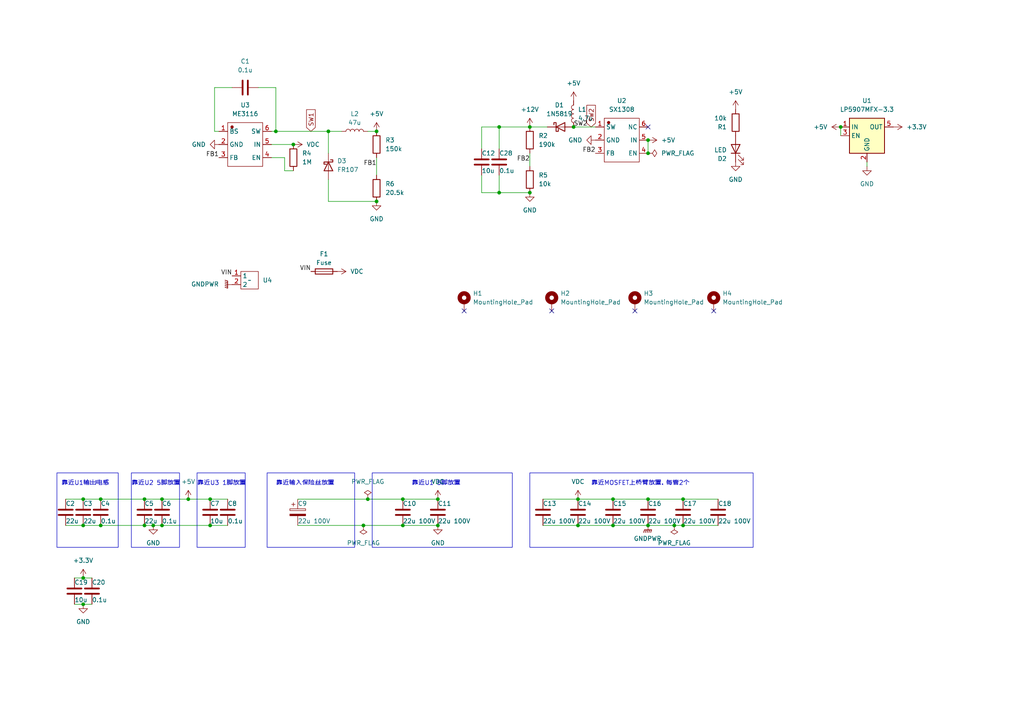
<source format=kicad_sch>
(kicad_sch (version 20230121) (generator eeschema)
  (paper "A4")
  (lib_symbols
    (symbol "Device:C" (pin_numbers hide) (pin_names (offset 0.254))
      (property "Reference" "C" (at 0.635 2.54 0))
      (property "Value" "C" (at 0.635 -2.54 0))
      (symbol "C_0_1"
        (polyline (pts (xy -2.032 -0.762) (xy 2.032 -0.762)) (stroke (width 0.508)))
        (polyline (pts (xy -2.032 0.762) (xy 2.032 0.762)) (stroke (width 0.508)))
      )
      (symbol "C_1_1"
        (pin passive line (at 0 3.81 270) (length 2.794) (name "~") (number "1"))
        (pin passive line (at 0 -3.81 90) (length 2.794) (name "~") (number "2"))
      )
    )
    (symbol "Device:C_Polarized" (pin_numbers hide) (pin_names (offset 0.254))
      (property "Reference" "C" (at 0.635 2.54 0))
      (property "Value" "C_Polarized" (at 0.635 -2.54 0))
      (symbol "C_Polarized_0_1"
        (rectangle (start -2.286 0.508) (end 2.286 1.016))
        (polyline (pts (xy -1.778 2.286) (xy -0.762 2.286)))
        (polyline (pts (xy -1.27 2.794) (xy -1.27 1.778)))
        (rectangle (start 2.286 -0.508) (end -2.286 -1.016) (fill (type outline)))
      )
      (symbol "C_Polarized_1_1"
        (pin passive line (at 0 3.81 270) (length 2.794) (name "~") (number "1"))
        (pin passive line (at 0 -3.81 90) (length 2.794) (name "~") (number "2"))
      )
    )
    (symbol "Device:D_Schottky" (pin_numbers hide) (pin_names (offset 1.016) hide)
      (property "Reference" "D" (at 0 2.54 0))
      (property "Value" "D_Schottky" (at 0 -2.54 0))
      (symbol "D_Schottky_0_1"
        (polyline (pts (xy 1.27 0) (xy -1.27 0)))
        (polyline (pts (xy 1.27 1.27) (xy 1.27 -1.27) (xy -1.27 0) (xy 1.27 1.27)) (stroke (width 0.254)))
        (polyline (pts (xy -1.905 0.635) (xy -1.905 1.27) (xy -1.27 1.27) (xy -1.27 -1.27) (xy -0.635 -1.27) (xy -0.635 -0.635)) (stroke (width 0.254)))
      )
      (symbol "D_Schottky_1_1"
        (pin passive line (at -3.81 0 0) (length 2.54) (name "K") (number "1"))
        (pin passive line (at 3.81 0 180) (length 2.54) (name "A") (number "2"))
      )
    )
    (symbol "Device:Fuse" (pin_numbers hide) (pin_names (offset 0))
      (property "Reference" "F" (at 2.032 0 90))
      (property "Value" "Fuse" (at -1.905 0 90))
      (symbol "Fuse_0_1"
        (rectangle (start -0.762 -2.54) (end 0.762 2.54) (stroke (width 0.254)))
        (polyline (pts (xy 0 2.54) (xy 0 -2.54)))
      )
      (symbol "Fuse_1_1"
        (pin passive line (at 0 3.81 270) (length 1.27) (name "~") (number "1"))
        (pin passive line (at 0 -3.81 90) (length 1.27) (name "~") (number "2"))
      )
    )
    (symbol "Device:L" (pin_numbers hide) (pin_names (offset 1.016) hide)
      (property "Reference" "L" (at -1.27 0 90))
      (property "Value" "L" (at 1.905 0 90))
      (symbol "L_0_1"
        (arc (start 0 -2.54) (mid 0.6323 -1.905) (end 0 -1.27))
        (arc (start 0 -1.27) (mid 0.6323 -0.635) (end 0 0))
        (arc (start 0 0) (mid 0.6323 0.635) (end 0 1.27))
        (arc (start 0 1.27) (mid 0.6323 1.905) (end 0 2.54))
      )
      (symbol "L_1_1"
        (pin passive line (at 0 3.81 270) (length 1.27) (name "1") (number "1"))
        (pin passive line (at 0 -3.81 90) (length 1.27) (name "2") (number "2"))
      )
    )
    (symbol "Device:LED" (pin_numbers hide) (pin_names (offset 1.016) hide)
      (property "Reference" "D" (at 0 2.54 0))
      (property "Value" "LED" (at 0 -2.54 0))
      (symbol "LED_0_1"
        (polyline (pts (xy -1.27 -1.27) (xy -1.27 1.27)) (stroke (width 0.254)))
        (polyline (pts (xy -1.27 0) (xy 1.27 0)))
        (polyline (pts (xy 1.27 -1.27) (xy 1.27 1.27) (xy -1.27 0) (xy 1.27 -1.27)) (stroke (width 0.254)))
        (polyline (pts (xy -3.048 -0.762) (xy -4.572 -2.286) (xy -3.81 -2.286) (xy -4.572 -2.286) (xy -4.572 -1.524)))
        (polyline (pts (xy -1.778 -0.762) (xy -3.302 -2.286) (xy -2.54 -2.286) (xy -3.302 -2.286) (xy -3.302 -1.524)))
      )
      (symbol "LED_1_1"
        (pin passive line (at -3.81 0 0) (length 2.54) (name "K") (number "1"))
        (pin passive line (at 3.81 0 180) (length 2.54) (name "A") (number "2"))
      )
    )
    (symbol "Device:R" (pin_numbers hide) (pin_names (offset 0))
      (property "Reference" "R" (at 2.032 0 90))
      (property "Value" "R" (at 0 0 90))
      (symbol "R_0_1"
        (rectangle (start -1.016 -2.54) (end 1.016 2.54) (stroke (width 0.254)))
      )
      (symbol "R_1_1"
        (pin passive line (at 0 3.81 270) (length 1.27) (name "~") (number "1"))
        (pin passive line (at 0 -3.81 90) (length 1.27) (name "~") (number "2"))
      )
    )
    (symbol "Mechanical:MountingHole_Pad" (pin_numbers hide) (pin_names (offset 1.016) hide)
      (property "Reference" "H" (at 0 6.35 0))
      (property "Value" "MountingHole_Pad" (at 0 4.445 0))
      (symbol "MountingHole_Pad_0_1"
        (circle (center 0 1.27) (radius 1.27) (stroke (width 1.27)))
      )
      (symbol "MountingHole_Pad_1_1"
        (pin input line (at 0 -2.54 90) (length 2.54) (name "1") (number "1"))
      )
    )
    (symbol "Regulator_Linear:LP5907MFX-3.3"
      (property "Reference" "U" (at -3.81 6.35 0))
      (property "Value" "LP5907MFX-3.3" (at 6.35 6.35 0))
      (symbol "LP5907MFX-3.3_0_1"
        (rectangle (start -5.08 -5.08) (end 5.08 5.08) (stroke (width 0.254)) (fill (type background)))
        (pin power_in line (at -7.62 2.54 0) (length 2.54) (name "IN") (number "1"))
        (pin power_in line (at 0 -7.62 90) (length 2.54) (name "GND") (number "2"))
        (pin input line (at -7.62 0 0) (length 2.54) (name "EN") (number "3"))
        (pin no_connect line (at 5.08 0 180) (length 2.54) hide (name "NC") (number "4"))
        (pin power_out line (at 7.62 2.54 180) (length 2.54) (name "OUT") (number "5"))
      )
    )
    (symbol "my_conn:CONN_2P"
      (property "Reference" "U" (at 0 6.35 0))
      (symbol "CONN_2P_0_1"
        (rectangle (start -2.54 2.54) (end 2.54 -2.54))
      )
      (symbol "CONN_2P_1_1"
        (pin passive line (at -5.08 1.27 0) (length 2.54) (name "1") (number "1"))
        (pin passive line (at -5.08 -1.27 0) (length 2.54) (name "2") (number "2"))
      )
    )
    (symbol "my_dcdc:ME3116"
      (property "Reference" "U" (at 0 7.62 0))
      (property "Value" "ME3116" (at 0 10.16 0))
      (symbol "ME3116_0_1"
        (rectangle (start -5.08 6.35) (end 5.08 -6.35))
      )
      (symbol "ME3116_1_1"
        (circle (center -3.81 5.08) (radius 0.381) (stroke (width 0.1524)) (fill (type outline)))
        (pin passive line (at -7.62 3.81 0) (length 2.54) (name "BS") (number "1"))
        (pin power_in line (at -7.62 0 0) (length 2.54) (name "GND") (number "2"))
        (pin passive line (at -7.62 -3.81 0) (length 2.54) (name "FB") (number "3"))
        (pin passive line (at 7.62 -3.81 180) (length 2.54) (name "EN") (number "4"))
        (pin power_in line (at 7.62 0 180) (length 2.54) (name "IN") (number "5"))
        (pin passive line (at 7.62 3.81 180) (length 2.54) (name "SW") (number "6"))
      )
    )
    (symbol "my_dcdc:SX1308"
      (property "Reference" "U" (at 0 7.62 0))
      (property "Value" "SX1308" (at 0 0 0))
      (symbol "SX1308_0_1"
        (rectangle (start -5.08 6.35) (end 5.08 -6.35))
      )
      (symbol "SX1308_1_1"
        (circle (center -3.81 5.08) (radius 0.381) (stroke (width 0.1524)) (fill (type outline)))
        (pin passive line (at -7.62 3.81 0) (length 2.54) (name "SW") (number "1"))
        (pin power_in line (at -7.62 0 0) (length 2.54) (name "GND") (number "2"))
        (pin passive line (at -7.62 -3.81 0) (length 2.54) (name "FB") (number "3"))
        (pin passive line (at 7.62 -3.81 180) (length 2.54) (name "EN") (number "4"))
        (pin power_in line (at 7.62 0 180) (length 2.54) (name "IN") (number "5"))
        (pin passive line (at 7.62 3.81 180) (length 2.54) (name "NC") (number "6"))
      )
    )
    (symbol "power:+12V" (power) (pin_names (offset 0))
      (property "Value" "+12V" (at 0 3.556 0))
      (symbol "+12V_0_1"
        (polyline (pts (xy -0.762 1.27) (xy 0 2.54)))
        (polyline (pts (xy 0 0) (xy 0 2.54)))
        (polyline (pts (xy 0 2.54) (xy 0.762 1.27)))
      )
      (symbol "+12V_1_1"
        (pin power_in line (at 0 0 90) (length 0) hide (name "+12V") (number "1"))
      )
    )
    (symbol "power:+3.3V" (power) (pin_names (offset 0))
      (property "Value" "+3.3V" (at 0 3.556 0))
      (symbol "+3.3V_0_1"
        (polyline (pts (xy -0.762 1.27) (xy 0 2.54)))
        (polyline (pts (xy 0 0) (xy 0 2.54)))
        (polyline (pts (xy 0 2.54) (xy 0.762 1.27)))
      )
      (symbol "+3.3V_1_1"
        (pin power_in line (at 0 0 90) (length 0) hide (name "+3.3V") (number "1"))
      )
    )
    (symbol "power:+5V" (power) (pin_names (offset 0))
      (property "Value" "+5V" (at 0 3.556 0))
      (symbol "+5V_0_1"
        (polyline (pts (xy -0.762 1.27) (xy 0 2.54)))
        (polyline (pts (xy 0 0) (xy 0 2.54)))
        (polyline (pts (xy 0 2.54) (xy 0.762 1.27)))
      )
      (symbol "+5V_1_1"
        (pin power_in line (at 0 0 90) (length 0) hide (name "+5V") (number "1"))
      )
    )
    (symbol "power:GND" (power) (pin_names (offset 0))
      (property "Value" "GND" (at 0 -3.81 0))
      (symbol "GND_0_1"
        (polyline (pts (xy 0 0) (xy 0 -1.27) (xy 1.27 -1.27) (xy 0 -2.54) (xy -1.27 -1.27) (xy 0 -1.27)))
      )
      (symbol "GND_1_1"
        (pin power_in line (at 0 0 270) (length 0) hide (name "GND") (number "1"))
      )
    )
    (symbol "power:GNDPWR" (power) (pin_names (offset 0))
      (property "Value" "GNDPWR" (at 0 -3.302 0))
      (symbol "GNDPWR_0_1"
        (polyline (pts (xy 0 -1.27) (xy 0 0)))
        (polyline (pts (xy -1.016 -1.27) (xy -1.27 -2.032) (xy -1.27 -2.032)) (stroke (width 0.2032)))
        (polyline (pts (xy -0.508 -1.27) (xy -0.762 -2.032) (xy -0.762 -2.032)) (stroke (width 0.2032)))
        (polyline (pts (xy 0 -1.27) (xy -0.254 -2.032) (xy -0.254 -2.032)) (stroke (width 0.2032)))
        (polyline (pts (xy 0.508 -1.27) (xy 0.254 -2.032) (xy 0.254 -2.032)) (stroke (width 0.2032)))
        (polyline (pts (xy 1.016 -1.27) (xy -1.016 -1.27) (xy -1.016 -1.27)) (stroke (width 0.2032)))
        (polyline (pts (xy 1.016 -1.27) (xy 0.762 -2.032) (xy 0.762 -2.032) (xy 0.762 -2.032)) (stroke (width 0.2032)))
      )
      (symbol "GNDPWR_1_1"
        (pin power_in line (at 0 0 270) (length 0) hide (name "GNDPWR") (number "1"))
      )
    )
    (symbol "power:PWR_FLAG" (power) (pin_numbers hide) (pin_names (offset 0) hide)
      (property "Value" "PWR_FLAG" (at 0 3.81 0))
      (symbol "PWR_FLAG_0_0"
        (pin power_out line (at 0 0 90) (length 0) (name "pwr") (number "1"))
      )
      (symbol "PWR_FLAG_0_1"
        (polyline (pts (xy 0 0) (xy 0 1.27) (xy -1.016 1.905) (xy 0 2.54) (xy 1.016 1.905) (xy 0 1.27)))
      )
    )
    (symbol "power:VDC" (power) (pin_names (offset 0))
      (property "Value" "VDC" (at 0 6.35 0))
      (symbol "VDC_0_1"
        (polyline (pts (xy -0.762 1.27) (xy 0 2.54)))
        (polyline (pts (xy 0 0) (xy 0 2.54)))
        (polyline (pts (xy 0 2.54) (xy 0.762 1.27)))
      )
      (symbol "VDC_1_1"
        (pin power_in line (at 0 0 90) (length 0) hide (name "VDC") (number "1"))
      )
    )
  )
  (junction (at 24.13 144.78))
  (junction (at 187.96 44.45))
  (junction (at 187.96 152.4))
  (junction (at 41.91 152.4))
  (junction (at 46.99 144.78))
  (junction (at 54.61 144.78))
  (junction (at 153.67 36.83))
  (junction (at 127 152.4))
  (junction (at 60.96 144.78))
  (junction (at 167.64 144.78))
  (junction (at 195.58 152.4))
  (junction (at 243.84 36.83))
  (junction (at 116.84 144.78))
  (junction (at 106.68 144.78))
  (junction (at 144.78 36.83))
  (junction (at 177.8 144.78))
  (junction (at 153.67 55.88))
  (junction (at 127 144.78))
  (junction (at 29.21 152.4))
  (junction (at 80.01 38.1))
  (junction (at 44.45 152.4))
  (junction (at 167.64 152.4))
  (junction (at 60.96 152.4))
  (junction (at 144.78 55.88))
  (junction (at 198.12 144.78))
  (junction (at 105.41 152.4))
  (junction (at 24.13 175.26))
  (junction (at 177.8 152.4))
  (junction (at 24.13 152.4))
  (junction (at 85.09 41.91))
  (junction (at 24.13 167.64))
  (junction (at 187.96 144.78))
  (junction (at 29.21 144.78))
  (junction (at 116.84 152.4))
  (junction (at 95.25 38.1))
  (junction (at 187.96 40.64))
  (junction (at 198.12 152.4))
  (junction (at 41.91 144.78))
  (junction (at 109.22 58.42))
  (junction (at 46.99 152.4))
  (junction (at 166.37 36.83))
  (junction (at 109.22 38.1))
  (no_connect (at 160.02 90.17))
  (no_connect (at 134.62 90.17))
  (no_connect (at 187.96 36.83))
  (no_connect (at 207.01 90.17))
  (no_connect (at 184.15 90.17))
  (wire (pts (xy 187.96 144.78) (xy 198.12 144.78)))
  (wire (pts (xy 78.74 41.91) (xy 85.09 41.91)))
  (wire (pts (xy 82.55 49.53) (xy 82.55 45.72)))
  (wire (pts (xy 80.01 38.1) (xy 78.74 38.1)))
  (wire (pts (xy 157.48 152.4) (xy 167.64 152.4)))
  (wire (pts (xy 95.25 58.42) (xy 109.22 58.42)))
  (wire (pts (xy 62.23 25.4) (xy 62.23 38.1)))
  (wire (pts (xy 21.59 167.64) (xy 24.13 167.64)))
  (wire (pts (xy 116.84 144.78) (xy 127 144.78)))
  (wire (pts (xy 85.09 49.53) (xy 82.55 49.53)))
  (wire (pts (xy 187.96 152.4) (xy 195.58 152.4)))
  (wire (pts (xy 86.36 152.4) (xy 105.41 152.4)))
  (wire (pts (xy 80.01 38.1) (xy 95.25 38.1)))
  (wire (pts (xy 167.64 152.4) (xy 177.8 152.4)))
  (wire (pts (xy 24.13 152.4) (xy 29.21 152.4)))
  (wire (pts (xy 166.37 36.83) (xy 172.72 36.83)))
  (wire (pts (xy 60.96 144.78) (xy 66.04 144.78)))
  (wire (pts (xy 24.13 167.64) (xy 26.67 167.64)))
  (wire (pts (xy 86.36 144.78) (xy 106.68 144.78)))
  (wire (pts (xy 153.67 36.83) (xy 158.75 36.83)))
  (wire (pts (xy 153.67 44.45) (xy 153.67 48.26)))
  (wire (pts (xy 105.41 152.4) (xy 116.84 152.4)))
  (wire (pts (xy 116.84 152.4) (xy 127 152.4)))
  (wire (pts (xy 144.78 36.83) (xy 144.78 43.18)))
  (wire (pts (xy 195.58 152.4) (xy 198.12 152.4)))
  (wire (pts (xy 109.22 45.72) (xy 109.22 50.8)))
  (wire (pts (xy 60.96 152.4) (xy 66.04 152.4)))
  (wire (pts (xy 80.01 25.4) (xy 80.01 38.1)))
  (wire (pts (xy 19.05 152.4) (xy 24.13 152.4)))
  (wire (pts (xy 62.23 38.1) (xy 63.5 38.1)))
  (wire (pts (xy 82.55 45.72) (xy 78.74 45.72)))
  (wire (pts (xy 139.7 50.8) (xy 139.7 55.88)))
  (wire (pts (xy 24.13 144.78) (xy 29.21 144.78)))
  (wire (pts (xy 41.91 152.4) (xy 44.45 152.4)))
  (wire (pts (xy 67.31 25.4) (xy 62.23 25.4)))
  (wire (pts (xy 177.8 144.78) (xy 187.96 144.78)))
  (wire (pts (xy 177.8 152.4) (xy 187.96 152.4)))
  (wire (pts (xy 139.7 55.88) (xy 144.78 55.88)))
  (wire (pts (xy 29.21 144.78) (xy 41.91 144.78)))
  (wire (pts (xy 198.12 152.4) (xy 208.28 152.4)))
  (wire (pts (xy 21.59 175.26) (xy 24.13 175.26)))
  (wire (pts (xy 139.7 36.83) (xy 144.78 36.83)))
  (wire (pts (xy 44.45 152.4) (xy 46.99 152.4)))
  (wire (pts (xy 29.21 152.4) (xy 41.91 152.4)))
  (wire (pts (xy 95.25 52.07) (xy 95.25 58.42)))
  (wire (pts (xy 144.78 50.8) (xy 144.78 55.88)))
  (wire (pts (xy 95.25 38.1) (xy 95.25 44.45)))
  (wire (pts (xy 139.7 43.18) (xy 139.7 36.83)))
  (wire (pts (xy 19.05 144.78) (xy 24.13 144.78)))
  (wire (pts (xy 74.93 25.4) (xy 80.01 25.4)))
  (wire (pts (xy 95.25 38.1) (xy 99.06 38.1)))
  (wire (pts (xy 167.64 144.78) (xy 177.8 144.78)))
  (wire (pts (xy 106.68 38.1) (xy 109.22 38.1)))
  (wire (pts (xy 46.99 144.78) (xy 54.61 144.78)))
  (wire (pts (xy 46.99 152.4) (xy 60.96 152.4)))
  (wire (pts (xy 144.78 36.83) (xy 153.67 36.83)))
  (wire (pts (xy 157.48 144.78) (xy 167.64 144.78)))
  (wire (pts (xy 24.13 175.26) (xy 26.67 175.26)))
  (wire (pts (xy 106.68 144.78) (xy 116.84 144.78)))
  (wire (pts (xy 243.84 36.83) (xy 243.84 39.37)))
  (wire (pts (xy 144.78 55.88) (xy 153.67 55.88)))
  (wire (pts (xy 251.46 48.26) (xy 251.46 46.99)))
  (wire (pts (xy 54.61 144.78) (xy 60.96 144.78)))
  (wire (pts (xy 187.96 40.64) (xy 187.96 44.45)))
  (wire (pts (xy 41.91 144.78) (xy 46.99 144.78)))
  (wire (pts (xy 198.12 144.78) (xy 208.28 144.78)))
  (rectangle (start 153.67 137.16) (end 218.44 158.75))
  (rectangle (start 107.95 137.16) (end 148.59 158.75))
  (rectangle (start 57.15 137.16) (end 71.12 158.75))
  (rectangle (start 38.1 137.16) (end 52.07 158.75))
  (rectangle (start 77.47 137.16) (end 102.87 158.75))
  (rectangle (start 16.51 137.16) (end 34.29 158.75))
  (text "靠近U3 1脚放置" (at 57.15 140.97 0) (effects (font (size 1.27 1.27)) (justify left bottom)))
  (text "靠近U2 5脚放置" (at 38.1 140.97 0) (effects (font (size 1.27 1.27)) (justify left bottom)))
  (text "靠近输入保险丝放置" (at 80.01 140.97 0) (effects (font (size 1.27 1.27)) (justify left bottom)))
  (text "靠近U1 5脚放置" (at 119.38 140.97 0) (effects (font (size 1.27 1.27)) (justify left bottom)))
  (text "靠近MOSFET上桥臂放置，每管2个" (at 171.45 140.97 0) (effects (font (size 1.27 1.27)) (justify left bottom)))
  (text "靠近U1输出电感" (at 17.78 140.97 0) (effects (font (size 1.27 1.27)) (justify left bottom)))
  (label "FB2" (at 172.72 44.45 180))
  (label "VIN" (at 90.17 78.74 180))
  (label "FB1" (at 63.5 45.72 180))
  (label "FB1" (at 109.22 48.26 180))
  (label "FB2" (at 153.67 46.99 180))
  (label "VIN" (at 67.31 80.01 180))
  (label "SW2" (at 166.37 36.83 0))
  (global_label "SW2" (shape input) (at 171.45 36.83 90) (property "Intersheetrefs" "${INTERSHEET_REFS}" (effects hide)))
  (global_label "SW1" (shape input) (at 90.17 38.1 90) (property "Intersheetrefs" "${INTERSHEET_REFS}" (effects hide)))
  (symbol (lib_id "Device:LED") (at 213.36 43.18 90) (unit 1)
    (property "Reference" "D2" (at 210.82 46.0375 90) (effects (justify left)))
    (property "Value" "LED" (at 210.82 43.4975 90) (effects (justify left)))
    (property "Footprint" "LED_SMD:LED_0603_1608Metric" (effects hide))
  )
  (symbol (lib_id "power:+5V") (at 213.36 31.75 0) (unit 1)
    (property "Reference" "#PWR02" (effects hide))
    (property "Value" "+5V" (at 213.36 26.67 0))
  )
  (symbol (lib_id "Device:C") (at 198.12 148.59 180) (unit 1)
    (property "Reference" "C17" (at 198.12 146.05 0) (effects (justify right)))
    (property "Value" "22u 100V" (at 198.12 151.13 0) (effects (justify right)))
    (property "Footprint" "Capacitor_SMD:C_1206_3216Metric" (effects hide))
  )
  (symbol (lib_id "power:GND") (at 63.5 41.91 270) (unit 1)
    (property "Reference" "#PWR09" (effects hide))
    (property "Value" "GND" (at 59.69 41.91 90) (effects (justify right)))
  )
  (symbol (lib_id "Mechanical:MountingHole_Pad") (at 207.01 87.63 0) (unit 1)
    (property "Reference" "H4" (at 209.55 85.09 0) (effects (justify left)))
    (property "Value" "MountingHole_Pad" (at 209.55 87.63 0) (effects (justify left)))
    (property "Footprint" "MountingHole:MountingHole_3.2mm_M3_Pad_Via" (effects hide))
  )
  (symbol (lib_id "power:PWR_FLAG") (at 195.58 152.4 180) (unit 1)
    (property "Reference" "#FLG04" (effects hide))
    (property "Value" "PWR_FLAG" (at 195.58 157.48 0))
  )
  (symbol (lib_id "Device:C") (at 116.84 148.59 180) (unit 1)
    (property "Reference" "C10" (at 116.84 146.05 0) (effects (justify right)))
    (property "Value" "22u 100V" (at 116.84 151.13 0) (effects (justify right)))
    (property "Footprint" "Capacitor_SMD:C_1206_3216Metric" (effects hide))
  )
  (symbol (lib_id "power:GNDPWR") (at 187.96 152.4 0) (unit 1)
    (property "Reference" "#PWR041" (effects hide))
    (property "Value" "GNDPWR" (at 187.833 156.21 0))
  )
  (symbol (lib_id "Device:C") (at 157.48 148.59 180) (unit 1)
    (property "Reference" "C13" (at 157.48 146.05 0) (effects (justify right)))
    (property "Value" "22u 100V" (at 157.48 151.13 0) (effects (justify right)))
    (property "Footprint" "Capacitor_SMD:C_1206_3216Metric" (effects hide))
  )
  (symbol (lib_id "Device:C") (at 41.91 148.59 180) (unit 1)
    (property "Reference" "C5" (at 41.91 146.05 0) (effects (justify right)))
    (property "Value" "22u" (at 41.91 151.13 0) (effects (justify right)))
    (property "Footprint" "Capacitor_SMD:C_0603_1608Metric" (effects hide))
  )
  (symbol (lib_id "Device:R") (at 153.67 40.64 0) (unit 1)
    (property "Reference" "R2" (at 156.21 39.37 0) (effects (justify left)))
    (property "Value" "190k" (at 156.21 41.91 0) (effects (justify left)))
    (property "Footprint" "Resistor_SMD:R_0603_1608Metric" (effects hide))
  )
  (symbol (lib_id "Device:R") (at 109.22 41.91 0) (unit 1)
    (property "Reference" "R3" (at 111.76 40.64 0) (effects (justify left)))
    (property "Value" "150k" (at 111.76 43.18 0) (effects (justify left)))
    (property "Footprint" "Resistor_SMD:R_0603_1608Metric" (effects hide))
  )
  (symbol (lib_id "power:+5V") (at 187.96 40.64 270) (unit 1)
    (property "Reference" "#PWR08" (effects hide))
    (property "Value" "+5V" (at 191.77 40.64 90) (effects (justify left)))
  )
  (symbol (lib_id "Device:C") (at 46.99 148.59 180) (unit 1)
    (property "Reference" "C6" (at 46.99 146.05 0) (effects (justify right)))
    (property "Value" "0.1u" (at 46.99 151.13 0) (effects (justify right)))
    (property "Footprint" "Capacitor_SMD:C_0603_1608Metric" (effects hide))
  )
  (symbol (lib_id "Device:C") (at 19.05 148.59 180) (unit 1)
    (property "Reference" "C2" (at 19.05 146.05 0) (effects (justify right)))
    (property "Value" "22u" (at 19.05 151.13 0) (effects (justify right)))
    (property "Footprint" "Capacitor_SMD:C_0603_1608Metric" (effects hide))
  )
  (symbol (lib_id "power:GND") (at 251.46 48.26 0) (unit 1)
    (property "Reference" "#PWR012" (effects hide))
    (property "Value" "GND" (at 251.46 53.34 0))
  )
  (symbol (lib_id "power:+5V") (at 109.22 38.1 0) (unit 1)
    (property "Reference" "#PWR06" (effects hide))
    (property "Value" "+5V" (at 109.22 33.02 0))
  )
  (symbol (lib_id "Device:C") (at 187.96 148.59 180) (unit 1)
    (property "Reference" "C16" (at 187.96 146.05 0) (effects (justify right)))
    (property "Value" "22u 100V" (at 187.96 151.13 0) (effects (justify right)))
    (property "Footprint" "Capacitor_SMD:C_1206_3216Metric" (effects hide))
  )
  (symbol (lib_id "power:PWR_FLAG") (at 106.68 144.78 0) (unit 1)
    (property "Reference" "#FLG01" (effects hide))
    (property "Value" "PWR_FLAG" (at 106.68 139.7 0))
  )
  (symbol (lib_id "Device:C") (at 167.64 148.59 180) (unit 1)
    (property "Reference" "C14" (at 167.64 146.05 0) (effects (justify right)))
    (property "Value" "22u 100V" (at 167.64 151.13 0) (effects (justify right)))
    (property "Footprint" "Capacitor_SMD:C_1206_3216Metric" (effects hide))
  )
  (symbol (lib_id "Mechanical:MountingHole_Pad") (at 134.62 87.63 0) (unit 1)
    (property "Reference" "H1" (at 137.16 85.09 0) (effects (justify left)))
    (property "Value" "MountingHole_Pad" (at 137.16 87.63 0) (effects (justify left)))
    (property "Footprint" "MountingHole:MountingHole_3.2mm_M3_Pad_Via" (effects hide))
  )
  (symbol (lib_id "power:GND") (at 44.45 152.4 0) (unit 1)
    (property "Reference" "#PWR019" (effects hide))
    (property "Value" "GND" (at 44.45 157.48 0))
  )
  (symbol (lib_id "Device:C") (at 29.21 148.59 180) (unit 1)
    (property "Reference" "C4" (at 29.21 146.05 0) (effects (justify right)))
    (property "Value" "0.1u" (at 29.21 151.13 0) (effects (justify right)))
    (property "Footprint" "Capacitor_SMD:C_0603_1608Metric" (effects hide))
  )
  (symbol (lib_id "Device:C") (at 60.96 148.59 180) (unit 1)
    (property "Reference" "C7" (at 60.96 146.05 0) (effects (justify right)))
    (property "Value" "10u" (at 60.96 151.13 0) (effects (justify right)))
    (property "Footprint" "Capacitor_SMD:C_0603_1608Metric" (effects hide))
  )
  (symbol (lib_id "power:GND") (at 127 152.4 0) (unit 1)
    (property "Reference" "#PWR020" (effects hide))
    (property "Value" "GND" (at 127 157.48 0))
  )
  (symbol (lib_id "Regulator_Linear:LP5907MFX-3.3") (at 251.46 39.37 0) (unit 1)
    (property "Reference" "U1" (at 251.46 29.21 0))
    (property "Value" "LP5907MFX-3.3" (at 251.46 31.75 0))
    (property "Footprint" "Package_TO_SOT_SMD:SOT-23-5" (effects hide))
    (property "Datasheet" "http://www.ti.com/lit/ds/symlink/lp5907.pdf" (effects hide))
  )
  (symbol (lib_id "Device:C") (at 66.04 148.59 180) (unit 1)
    (property "Reference" "C8" (at 66.04 146.05 0) (effects (justify right)))
    (property "Value" "0.1u" (at 66.04 151.13 0) (effects (justify right)))
    (property "Footprint" "Capacitor_SMD:C_0603_1608Metric" (effects hide))
  )
  (symbol (lib_id "power:VDC") (at 85.09 41.91 270) (unit 1)
    (property "Reference" "#PWR010" (effects hide))
    (property "Value" "VDC" (at 88.9 41.91 90) (effects (justify left)))
  )
  (symbol (lib_id "power:+12V") (at 153.67 36.83 0) (unit 1)
    (property "Reference" "#PWR03" (effects hide))
    (property "Value" "+12V" (at 153.67 31.75 0))
  )
  (symbol (lib_id "Device:R") (at 153.67 52.07 0) (unit 1)
    (property "Reference" "R5" (at 156.21 50.8 0) (effects (justify left)))
    (property "Value" "10k" (at 156.21 53.34 0) (effects (justify left)))
    (property "Footprint" "Resistor_SMD:R_0603_1608Metric" (effects hide))
  )
  (symbol (lib_id "Mechanical:MountingHole_Pad") (at 160.02 87.63 0) (unit 1)
    (property "Reference" "H2" (at 162.56 85.09 0) (effects (justify left)))
    (property "Value" "MountingHole_Pad" (at 162.56 87.63 0) (effects (justify left)))
    (property "Footprint" "MountingHole:MountingHole_3.2mm_M3_Pad_Via" (effects hide))
  )
  (symbol (lib_id "my_dcdc:ME3116") (at 71.12 41.91 0) (unit 1)
    (property "Reference" "U3" (at 71.12 30.48 0))
    (property "Value" "ME3116" (at 71.12 33.02 0))
    (property "Footprint" "Package_TO_SOT_SMD:SOT-23-6" (effects hide))
  )
  (symbol (lib_id "power:+3.3V") (at 24.13 167.64 0) (unit 1)
    (property "Reference" "#PWR022" (effects hide))
    (property "Value" "+3.3V" (at 24.13 162.56 0))
  )
  (symbol (lib_id "Device:C") (at 144.78 46.99 180) (unit 1)
    (property "Reference" "C28" (at 144.78 44.45 0) (effects (justify right)))
    (property "Value" "0.1u" (at 144.78 49.53 0) (effects (justify right)))
    (property "Footprint" "Capacitor_SMD:C_0603_1608Metric" (effects hide))
  )
  (symbol (lib_id "Device:C") (at 208.28 148.59 180) (unit 1)
    (property "Reference" "C18" (at 208.28 146.05 0) (effects (justify right)))
    (property "Value" "22u 100V" (at 208.28 151.13 0) (effects (justify right)))
    (property "Footprint" "Capacitor_SMD:C_1206_3216Metric" (effects hide))
  )
  (symbol (lib_id "Device:C") (at 127 148.59 180) (unit 1)
    (property "Reference" "C11" (at 127 146.05 0) (effects (justify right)))
    (property "Value" "22u 100V" (at 127 151.13 0) (effects (justify right)))
    (property "Footprint" "Capacitor_SMD:C_1206_3216Metric" (effects hide))
  )
  (symbol (lib_id "power:+3.3V") (at 259.08 36.83 270) (unit 1)
    (property "Reference" "#PWR05" (effects hide))
    (property "Value" "+3.3V" (at 262.89 36.83 90) (effects (justify left)))
  )
  (symbol (lib_id "power:VDC") (at 167.64 144.78 0) (unit 1)
    (property "Reference" "#PWR021" (effects hide))
    (property "Value" "VDC" (at 167.64 139.7 0))
  )
  (symbol (lib_id "power:+5V") (at 54.61 144.78 0) (unit 1)
    (property "Reference" "#PWR017" (effects hide))
    (property "Value" "+5V" (at 54.61 139.7 0))
  )
  (symbol (lib_id "power:GND") (at 153.67 55.88 0) (unit 1)
    (property "Reference" "#PWR013" (effects hide))
    (property "Value" "GND" (at 153.67 60.96 0))
  )
  (symbol (lib_id "Device:C") (at 24.13 148.59 180) (unit 1)
    (property "Reference" "C3" (at 24.13 146.05 0) (effects (justify right)))
    (property "Value" "22u" (at 24.13 151.13 0) (effects (justify right)))
    (property "Footprint" "Capacitor_SMD:C_0603_1608Metric" (effects hide))
  )
  (symbol (lib_id "Device:C") (at 139.7 46.99 180) (unit 1)
    (property "Reference" "C12" (at 139.7 44.45 0) (effects (justify right)))
    (property "Value" "10u" (at 139.7 49.53 0) (effects (justify right)))
    (property "Footprint" "Capacitor_SMD:C_0603_1608Metric" (effects hide))
  )
  (symbol (lib_id "Device:D_Schottky") (at 95.25 48.26 270) (unit 1)
    (property "Reference" "D3" (at 97.79 46.6725 90) (effects (justify left)))
    (property "Value" "FR107" (at 97.79 49.2125 90) (effects (justify left)))
    (property "Footprint" "Diode_SMD:D_SOD-123F" (effects hide))
  )
  (symbol (lib_id "power:+5V") (at 166.37 29.21 0) (unit 1)
    (property "Reference" "#PWR01" (effects hide))
    (property "Value" "+5V" (at 166.37 24.13 0))
  )
  (symbol (lib_id "Device:R") (at 85.09 45.72 0) (unit 1)
    (property "Reference" "R4" (at 87.63 44.45 0) (effects (justify left)))
    (property "Value" "1M" (at 87.63 46.99 0) (effects (justify left)))
    (property "Footprint" "Resistor_SMD:R_0603_1608Metric" (effects hide))
  )
  (symbol (lib_id "power:GNDPWR") (at 67.31 82.55 270) (unit 1)
    (property "Reference" "#PWR016" (effects hide))
    (property "Value" "GNDPWR" (at 63.5 82.423 90) (effects (justify right)))
  )
  (symbol (lib_id "Device:R") (at 109.22 54.61 0) (unit 1)
    (property "Reference" "R6" (at 111.76 53.34 0) (effects (justify left)))
    (property "Value" "20.5k" (at 111.76 55.88 0) (effects (justify left)))
    (property "Footprint" "Resistor_SMD:R_0603_1608Metric" (effects hide))
  )
  (symbol (lib_id "Device:C_Polarized") (at 86.36 148.59 0) (unit 1)
    (property "Reference" "C9" (at 86.36 146.05 0) (effects (justify left)))
    (property "Value" "22u 100V" (at 86.36 151.13 0) (effects (justify left)))
  )
  (symbol (lib_id "Device:D_Schottky") (at 162.56 36.83 0) (unit 1)
    (property "Reference" "D1" (at 162.2425 30.48 0))
    (property "Value" "1N5819" (at 162.2425 33.02 0))
    (property "Footprint" "Diode_SMD:D_SOD-123" (effects hide))
  )
  (symbol (lib_id "power:VDC") (at 97.79 78.74 270) (unit 1)
    (property "Reference" "#PWR015" (effects hide))
    (property "Value" "VDC" (at 101.6 78.74 90) (effects (justify left)))
  )
  (symbol (lib_id "Device:C") (at 21.59 171.45 180) (unit 1)
    (property "Reference" "C19" (at 21.59 168.91 0) (effects (justify right)))
    (property "Value" "10u" (at 21.59 173.99 0) (effects (justify right)))
    (property "Footprint" "Capacitor_SMD:C_0603_1608Metric" (effects hide))
  )
  (symbol (lib_id "power:GND") (at 213.36 46.99 0) (unit 1)
    (property "Reference" "#PWR011" (effects hide))
    (property "Value" "GND" (at 213.36 52.07 0))
  )
  (symbol (lib_id "Device:L") (at 102.87 38.1 90) (unit 1)
    (property "Reference" "L2" (at 102.87 33.02 90))
    (property "Value" "47u" (at 102.87 35.56 90))
    (property "Footprint" "Inductor_SMD:L_Chilisin_BMRA00040420" (effects hide))
  )
  (symbol (lib_id "Device:L") (at 166.37 33.02 180) (unit 1)
    (property "Reference" "L1" (at 167.64 31.75 0) (effects (justify right)))
    (property "Value" "4.7u" (at 167.64 34.29 0) (effects (justify right)))
    (property "Footprint" "Inductor_SMD:L_Chilisin_BMRA00040420" (effects hide))
  )
  (symbol (lib_id "power:PWR_FLAG") (at 187.96 44.45 270) (unit 1)
    (property "Reference" "#FLG03" (effects hide))
    (property "Value" "PWR_FLAG" (at 191.77 44.45 90) (effects (justify left)))
  )
  (symbol (lib_id "Device:Fuse") (at 93.98 78.74 90) (unit 1)
    (property "Reference" "F1" (at 93.98 73.66 90))
    (property "Value" "Fuse" (at 93.98 76.2 90))
    (property "Footprint" "my_fuse:1808-FuseBase-SMD" (effects hide))
  )
  (symbol (lib_id "power:+5V") (at 243.84 36.83 90) (unit 1)
    (property "Reference" "#PWR04" (effects hide))
    (property "Value" "+5V" (at 240.03 36.83 90) (effects (justify left)))
  )
  (symbol (lib_id "power:PWR_FLAG") (at 105.41 152.4 180) (unit 1)
    (property "Reference" "#FLG02" (effects hide))
    (property "Value" "PWR_FLAG" (at 105.41 157.48 0))
  )
  (symbol (lib_id "Mechanical:MountingHole_Pad") (at 184.15 87.63 0) (unit 1)
    (property "Reference" "H3" (at 186.69 85.09 0) (effects (justify left)))
    (property "Value" "MountingHole_Pad" (at 186.69 87.63 0) (effects (justify left)))
    (property "Footprint" "MountingHole:MountingHole_3.2mm_M3_Pad_Via" (effects hide))
  )
  (symbol (lib_id "power:VDC") (at 127 144.78 0) (unit 1)
    (property "Reference" "#PWR018" (effects hide))
    (property "Value" "VDC" (at 127 139.7 0))
  )
  (symbol (lib_id "power:GND") (at 109.22 58.42 0) (unit 1)
    (property "Reference" "#PWR014" (effects hide))
    (property "Value" "GND" (at 109.22 63.5 0))
  )
  (symbol (lib_id "my_conn:CONN_2P") (at 72.39 81.28 0) (unit 1)
    (property "Reference" "U4" (at 76.2 81.28 0) (effects (justify left)))
    (property "Value" "~" (at 72.39 81.28 0))
    (property "Footprint" "my_conn:KF301-2P" (effects hide))
  )
  (symbol (lib_id "power:GND") (at 172.72 40.64 270) (unit 1)
    (property "Reference" "#PWR07" (effects hide))
    (property "Value" "GND" (at 168.91 40.64 90) (effects (justify right)))
  )
  (symbol (lib_id "Device:R") (at 213.36 35.56 180) (unit 1)
    (property "Reference" "R1" (at 210.82 36.83 0) (effects (justify left)))
    (property "Value" "10k" (at 210.82 34.29 0) (effects (justify left)))
    (property "Footprint" "Resistor_SMD:R_0603_1608Metric" (effects hide))
  )
  (symbol (lib_id "Device:C") (at 26.67 171.45 180) (unit 1)
    (property "Reference" "C20" (at 26.67 168.91 0) (effects (justify right)))
    (property "Value" "0.1u" (at 26.67 173.99 0) (effects (justify right)))
    (property "Footprint" "Capacitor_SMD:C_0603_1608Metric" (effects hide))
  )
  (symbol (lib_id "Device:C") (at 71.12 25.4 90) (unit 1)
    (property "Reference" "C1" (at 71.12 17.78 90))
    (property "Value" "0.1u" (at 71.12 20.32 90))
    (property "Footprint" "Capacitor_SMD:C_0603_1608Metric" (effects hide))
  )
  (symbol (lib_id "power:GND") (at 24.13 175.26 0) (unit 1)
    (property "Reference" "#PWR023" (effects hide))
    (property "Value" "GND" (at 24.13 180.34 0))
  )
  (symbol (lib_id "Device:C") (at 177.8 148.59 180) (unit 1)
    (property "Reference" "C15" (at 177.8 146.05 0) (effects (justify right)))
    (property "Value" "22u 100V" (at 177.8 151.13 0) (effects (justify right)))
    (property "Footprint" "Capacitor_SMD:C_1206_3216Metric" (effects hide))
  )
  (symbol (lib_id "my_dcdc:SX1308") (at 180.34 40.64 0) (unit 1)
    (property "Reference" "U2" (at 180.34 29.21 0))
    (property "Value" "SX1308" (at 180.34 31.75 0))
    (property "Footprint" "Package_TO_SOT_SMD:SOT-23-6" (effects hide))
  )
)
</source>
